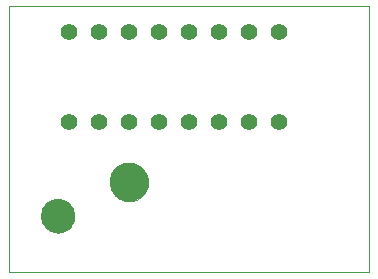
<source format=gbs>
G75*
G70*
%OFA0B0*%
%FSLAX24Y24*%
%IPPOS*%
%LPD*%
%AMOC8*
5,1,8,0,0,1.08239X$1,22.5*
%
%ADD10C,0.0000*%
%ADD11C,0.1300*%
%ADD12C,0.1142*%
%ADD13C,0.0560*%
D10*
X000282Y000282D02*
X000282Y009152D01*
X012274Y009152D01*
X012274Y000282D01*
X000282Y000282D01*
X001356Y002157D02*
X001358Y002204D01*
X001364Y002250D01*
X001374Y002296D01*
X001387Y002341D01*
X001405Y002384D01*
X001426Y002426D01*
X001450Y002466D01*
X001478Y002503D01*
X001509Y002538D01*
X001543Y002571D01*
X001579Y002600D01*
X001618Y002626D01*
X001659Y002649D01*
X001702Y002668D01*
X001746Y002684D01*
X001791Y002696D01*
X001837Y002704D01*
X001884Y002708D01*
X001930Y002708D01*
X001977Y002704D01*
X002023Y002696D01*
X002068Y002684D01*
X002112Y002668D01*
X002155Y002649D01*
X002196Y002626D01*
X002235Y002600D01*
X002271Y002571D01*
X002305Y002538D01*
X002336Y002503D01*
X002364Y002466D01*
X002388Y002426D01*
X002409Y002384D01*
X002427Y002341D01*
X002440Y002296D01*
X002450Y002250D01*
X002456Y002204D01*
X002458Y002157D01*
X002456Y002110D01*
X002450Y002064D01*
X002440Y002018D01*
X002427Y001973D01*
X002409Y001930D01*
X002388Y001888D01*
X002364Y001848D01*
X002336Y001811D01*
X002305Y001776D01*
X002271Y001743D01*
X002235Y001714D01*
X002196Y001688D01*
X002155Y001665D01*
X002112Y001646D01*
X002068Y001630D01*
X002023Y001618D01*
X001977Y001610D01*
X001930Y001606D01*
X001884Y001606D01*
X001837Y001610D01*
X001791Y001618D01*
X001746Y001630D01*
X001702Y001646D01*
X001659Y001665D01*
X001618Y001688D01*
X001579Y001714D01*
X001543Y001743D01*
X001509Y001776D01*
X001478Y001811D01*
X001450Y001848D01*
X001426Y001888D01*
X001405Y001930D01*
X001387Y001973D01*
X001374Y002018D01*
X001364Y002064D01*
X001358Y002110D01*
X001356Y002157D01*
X003652Y003282D02*
X003654Y003332D01*
X003660Y003382D01*
X003670Y003431D01*
X003684Y003479D01*
X003701Y003526D01*
X003722Y003571D01*
X003747Y003615D01*
X003775Y003656D01*
X003807Y003695D01*
X003841Y003732D01*
X003878Y003766D01*
X003918Y003796D01*
X003960Y003823D01*
X004004Y003847D01*
X004050Y003868D01*
X004097Y003884D01*
X004145Y003897D01*
X004195Y003906D01*
X004244Y003911D01*
X004295Y003912D01*
X004345Y003909D01*
X004394Y003902D01*
X004443Y003891D01*
X004491Y003876D01*
X004537Y003858D01*
X004582Y003836D01*
X004625Y003810D01*
X004666Y003781D01*
X004705Y003749D01*
X004741Y003714D01*
X004773Y003676D01*
X004803Y003636D01*
X004830Y003593D01*
X004853Y003549D01*
X004872Y003503D01*
X004888Y003455D01*
X004900Y003406D01*
X004908Y003357D01*
X004912Y003307D01*
X004912Y003257D01*
X004908Y003207D01*
X004900Y003158D01*
X004888Y003109D01*
X004872Y003061D01*
X004853Y003015D01*
X004830Y002971D01*
X004803Y002928D01*
X004773Y002888D01*
X004741Y002850D01*
X004705Y002815D01*
X004666Y002783D01*
X004625Y002754D01*
X004582Y002728D01*
X004537Y002706D01*
X004491Y002688D01*
X004443Y002673D01*
X004394Y002662D01*
X004345Y002655D01*
X004295Y002652D01*
X004244Y002653D01*
X004195Y002658D01*
X004145Y002667D01*
X004097Y002680D01*
X004050Y002696D01*
X004004Y002717D01*
X003960Y002741D01*
X003918Y002768D01*
X003878Y002798D01*
X003841Y002832D01*
X003807Y002869D01*
X003775Y002908D01*
X003747Y002949D01*
X003722Y002993D01*
X003701Y003038D01*
X003684Y003085D01*
X003670Y003133D01*
X003660Y003182D01*
X003654Y003232D01*
X003652Y003282D01*
D11*
X004282Y003282D03*
D12*
X001907Y002157D03*
D13*
X002282Y005282D03*
X003282Y005282D03*
X004282Y005282D03*
X005282Y005282D03*
X006282Y005282D03*
X007282Y005282D03*
X008282Y005282D03*
X009282Y005282D03*
X009282Y008282D03*
X008282Y008282D03*
X007282Y008282D03*
X006282Y008282D03*
X005282Y008282D03*
X004282Y008282D03*
X003282Y008282D03*
X002282Y008282D03*
M02*

</source>
